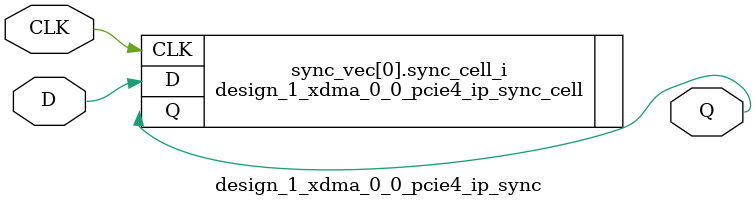
<source format=v>

`timescale 1ps / 1ps

(* DowngradeIPIdentifiedWarnings = "yes" *)
module design_1_xdma_0_0_pcie4_ip_sync #
(
    parameter integer WIDTH = 1, 
    parameter integer STAGE = 3
)
(
    //-------------------------------------------------------------------------- 
    //  Input Ports
    //-------------------------------------------------------------------------- 
    input                               CLK,
    input       [WIDTH-1:0]             D,
    
    //-------------------------------------------------------------------------- 
    //  Output Ports
    //-------------------------------------------------------------------------- 
    output      [WIDTH-1:0]             Q
);                                                        



//--------------------------------------------------------------------------------------------------
//  Generate Synchronizer - Begin
//--------------------------------------------------------------------------------------------------
genvar i;

generate for (i=0; i<WIDTH; i=i+1) 

    begin : sync_vec

    //----------------------------------------------------------------------
    //  Synchronizer
    //----------------------------------------------------------------------
    design_1_xdma_0_0_pcie4_ip_sync_cell #
    (
        .STAGE                          (STAGE)
    )    
    sync_cell_i
    (
        //------------------------------------------------------------------
        //  Input Ports
        //------------------------------------------------------------------
        .CLK                            (CLK),
        .D                              (D[i]),

        //------------------------------------------------------------------
        //  Output Ports
        //------------------------------------------------------------------
        .Q                              (Q[i])
    );
 
    end   
      
endgenerate 
//--------------------------------------------------------------------------------------------------
//  Generate - End
//--------------------------------------------------------------------------------------------------



endmodule

</source>
